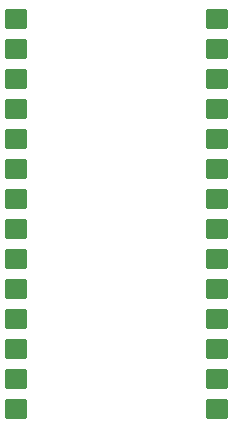
<source format=gbl>
G04 #@! TF.GenerationSoftware,KiCad,Pcbnew,5.1.8-db9833491~88~ubuntu20.10.1*
G04 #@! TF.CreationDate,2020-11-26T14:28:52-05:00*
G04 #@! TF.ProjectId,pcb2molex8878_chamfer,70636232-6d6f-46c6-9578-383837385f63,rev?*
G04 #@! TF.SameCoordinates,Original*
G04 #@! TF.FileFunction,Copper,L2,Bot*
G04 #@! TF.FilePolarity,Positive*
%FSLAX46Y46*%
G04 Gerber Fmt 4.6, Leading zero omitted, Abs format (unit mm)*
G04 Created by KiCad (PCBNEW 5.1.8-db9833491~88~ubuntu20.10.1) date 2020-11-26 14:28:52*
%MOMM*%
%LPD*%
G01*
G04 APERTURE LIST*
G04 #@! TA.AperFunction,EtchedComponent*
%ADD10C,0.304800*%
G04 #@! TD*
G04 #@! TA.AperFunction,ComponentPad*
%ADD11C,1.600200*%
G04 #@! TD*
G04 APERTURE END LIST*
D10*
G36*
X156464000Y-109956600D02*
G01*
X154965400Y-109956600D01*
X154965400Y-111277400D01*
X156464000Y-111277400D01*
X156464000Y-109956600D01*
G37*
X156464000Y-109956600D02*
X154965400Y-109956600D01*
X154965400Y-111277400D01*
X156464000Y-111277400D01*
X156464000Y-109956600D01*
G36*
X156464000Y-94716600D02*
G01*
X154965400Y-94716600D01*
X154965400Y-96037400D01*
X156464000Y-96037400D01*
X156464000Y-94716600D01*
G37*
X156464000Y-94716600D02*
X154965400Y-94716600D01*
X154965400Y-96037400D01*
X156464000Y-96037400D01*
X156464000Y-94716600D01*
G36*
X156464000Y-107416600D02*
G01*
X154965400Y-107416600D01*
X154965400Y-108737400D01*
X156464000Y-108737400D01*
X156464000Y-107416600D01*
G37*
X156464000Y-107416600D02*
X154965400Y-107416600D01*
X154965400Y-108737400D01*
X156464000Y-108737400D01*
X156464000Y-107416600D01*
G36*
X156464000Y-112496600D02*
G01*
X154965400Y-112496600D01*
X154965400Y-113817400D01*
X156464000Y-113817400D01*
X156464000Y-112496600D01*
G37*
X156464000Y-112496600D02*
X154965400Y-112496600D01*
X154965400Y-113817400D01*
X156464000Y-113817400D01*
X156464000Y-112496600D01*
G36*
X156464000Y-89636600D02*
G01*
X154965400Y-89636600D01*
X154965400Y-90957400D01*
X156464000Y-90957400D01*
X156464000Y-89636600D01*
G37*
X156464000Y-89636600D02*
X154965400Y-89636600D01*
X154965400Y-90957400D01*
X156464000Y-90957400D01*
X156464000Y-89636600D01*
G36*
X156464000Y-99796600D02*
G01*
X154965400Y-99796600D01*
X154965400Y-101117400D01*
X156464000Y-101117400D01*
X156464000Y-99796600D01*
G37*
X156464000Y-99796600D02*
X154965400Y-99796600D01*
X154965400Y-101117400D01*
X156464000Y-101117400D01*
X156464000Y-99796600D01*
G36*
X156464000Y-102336600D02*
G01*
X154965400Y-102336600D01*
X154965400Y-103657400D01*
X156464000Y-103657400D01*
X156464000Y-102336600D01*
G37*
X156464000Y-102336600D02*
X154965400Y-102336600D01*
X154965400Y-103657400D01*
X156464000Y-103657400D01*
X156464000Y-102336600D01*
G36*
X156464000Y-87096600D02*
G01*
X154965400Y-87096600D01*
X154965400Y-88417400D01*
X156464000Y-88417400D01*
X156464000Y-87096600D01*
G37*
X156464000Y-87096600D02*
X154965400Y-87096600D01*
X154965400Y-88417400D01*
X156464000Y-88417400D01*
X156464000Y-87096600D01*
G36*
X156464000Y-84556600D02*
G01*
X154965400Y-84556600D01*
X154965400Y-85877400D01*
X156464000Y-85877400D01*
X156464000Y-84556600D01*
G37*
X156464000Y-84556600D02*
X154965400Y-84556600D01*
X154965400Y-85877400D01*
X156464000Y-85877400D01*
X156464000Y-84556600D01*
G36*
X156464000Y-97256600D02*
G01*
X154965400Y-97256600D01*
X154965400Y-98577400D01*
X156464000Y-98577400D01*
X156464000Y-97256600D01*
G37*
X156464000Y-97256600D02*
X154965400Y-97256600D01*
X154965400Y-98577400D01*
X156464000Y-98577400D01*
X156464000Y-97256600D01*
G36*
X156464000Y-104876600D02*
G01*
X154965400Y-104876600D01*
X154965400Y-106197400D01*
X156464000Y-106197400D01*
X156464000Y-104876600D01*
G37*
X156464000Y-104876600D02*
X154965400Y-104876600D01*
X154965400Y-106197400D01*
X156464000Y-106197400D01*
X156464000Y-104876600D01*
G36*
X156464000Y-92176600D02*
G01*
X154965400Y-92176600D01*
X154965400Y-93497400D01*
X156464000Y-93497400D01*
X156464000Y-92176600D01*
G37*
X156464000Y-92176600D02*
X154965400Y-92176600D01*
X154965400Y-93497400D01*
X156464000Y-93497400D01*
X156464000Y-92176600D01*
G36*
X156464000Y-115036600D02*
G01*
X154965400Y-115036600D01*
X154965400Y-116357400D01*
X156464000Y-116357400D01*
X156464000Y-115036600D01*
G37*
X156464000Y-115036600D02*
X154965400Y-115036600D01*
X154965400Y-116357400D01*
X156464000Y-116357400D01*
X156464000Y-115036600D01*
G36*
X156464000Y-83337400D02*
G01*
X154965400Y-83337400D01*
X154965400Y-82016600D01*
X156464000Y-82016600D01*
X156464000Y-83337400D01*
G37*
X156464000Y-83337400D02*
X154965400Y-83337400D01*
X154965400Y-82016600D01*
X156464000Y-82016600D01*
X156464000Y-83337400D01*
G36*
X139471400Y-99796600D02*
G01*
X137972800Y-99796600D01*
X137972800Y-101117400D01*
X139471400Y-101117400D01*
X139471400Y-99796600D01*
G37*
X139471400Y-99796600D02*
X137972800Y-99796600D01*
X137972800Y-101117400D01*
X139471400Y-101117400D01*
X139471400Y-99796600D01*
G36*
X139471400Y-102336600D02*
G01*
X137972800Y-102336600D01*
X137972800Y-103657400D01*
X139471400Y-103657400D01*
X139471400Y-102336600D01*
G37*
X139471400Y-102336600D02*
X137972800Y-102336600D01*
X137972800Y-103657400D01*
X139471400Y-103657400D01*
X139471400Y-102336600D01*
G36*
X139471400Y-87096600D02*
G01*
X137972800Y-87096600D01*
X137972800Y-88417400D01*
X139471400Y-88417400D01*
X139471400Y-87096600D01*
G37*
X139471400Y-87096600D02*
X137972800Y-87096600D01*
X137972800Y-88417400D01*
X139471400Y-88417400D01*
X139471400Y-87096600D01*
G36*
X139471400Y-94716600D02*
G01*
X137972800Y-94716600D01*
X137972800Y-96037400D01*
X139471400Y-96037400D01*
X139471400Y-94716600D01*
G37*
X139471400Y-94716600D02*
X137972800Y-94716600D01*
X137972800Y-96037400D01*
X139471400Y-96037400D01*
X139471400Y-94716600D01*
G36*
X139471400Y-97256600D02*
G01*
X137972800Y-97256600D01*
X137972800Y-98577400D01*
X139471400Y-98577400D01*
X139471400Y-97256600D01*
G37*
X139471400Y-97256600D02*
X137972800Y-97256600D01*
X137972800Y-98577400D01*
X139471400Y-98577400D01*
X139471400Y-97256600D01*
G36*
X139471400Y-112496600D02*
G01*
X137972800Y-112496600D01*
X137972800Y-113817400D01*
X139471400Y-113817400D01*
X139471400Y-112496600D01*
G37*
X139471400Y-112496600D02*
X137972800Y-112496600D01*
X137972800Y-113817400D01*
X139471400Y-113817400D01*
X139471400Y-112496600D01*
G36*
X139471400Y-89636600D02*
G01*
X137972800Y-89636600D01*
X137972800Y-90957400D01*
X139471400Y-90957400D01*
X139471400Y-89636600D01*
G37*
X139471400Y-89636600D02*
X137972800Y-89636600D01*
X137972800Y-90957400D01*
X139471400Y-90957400D01*
X139471400Y-89636600D01*
G36*
X139471400Y-92176600D02*
G01*
X137972800Y-92176600D01*
X137972800Y-93497400D01*
X139471400Y-93497400D01*
X139471400Y-92176600D01*
G37*
X139471400Y-92176600D02*
X137972800Y-92176600D01*
X137972800Y-93497400D01*
X139471400Y-93497400D01*
X139471400Y-92176600D01*
G36*
X139471400Y-104876600D02*
G01*
X137972800Y-104876600D01*
X137972800Y-106197400D01*
X139471400Y-106197400D01*
X139471400Y-104876600D01*
G37*
X139471400Y-104876600D02*
X137972800Y-104876600D01*
X137972800Y-106197400D01*
X139471400Y-106197400D01*
X139471400Y-104876600D01*
G36*
X139471400Y-107416600D02*
G01*
X137972800Y-107416600D01*
X137972800Y-108737400D01*
X139471400Y-108737400D01*
X139471400Y-107416600D01*
G37*
X139471400Y-107416600D02*
X137972800Y-107416600D01*
X137972800Y-108737400D01*
X139471400Y-108737400D01*
X139471400Y-107416600D01*
G36*
X139471400Y-84556600D02*
G01*
X137972800Y-84556600D01*
X137972800Y-85877400D01*
X139471400Y-85877400D01*
X139471400Y-84556600D01*
G37*
X139471400Y-84556600D02*
X137972800Y-84556600D01*
X137972800Y-85877400D01*
X139471400Y-85877400D01*
X139471400Y-84556600D01*
G36*
X139471400Y-115036600D02*
G01*
X137972800Y-115036600D01*
X137972800Y-116357400D01*
X139471400Y-116357400D01*
X139471400Y-115036600D01*
G37*
X139471400Y-115036600D02*
X137972800Y-115036600D01*
X137972800Y-116357400D01*
X139471400Y-116357400D01*
X139471400Y-115036600D01*
G36*
X139471400Y-109956600D02*
G01*
X137972800Y-109956600D01*
X137972800Y-111277400D01*
X139471400Y-111277400D01*
X139471400Y-109956600D01*
G37*
X139471400Y-109956600D02*
X137972800Y-109956600D01*
X137972800Y-111277400D01*
X139471400Y-111277400D01*
X139471400Y-109956600D01*
G36*
X139471400Y-83337400D02*
G01*
X137972800Y-83337400D01*
X137972800Y-82016600D01*
X139471400Y-82016600D01*
X139471400Y-83337400D01*
G37*
X139471400Y-83337400D02*
X137972800Y-83337400D01*
X137972800Y-82016600D01*
X139471400Y-82016600D01*
X139471400Y-83337400D01*
D11*
X138633200Y-82677000D03*
X155803600Y-82677000D03*
X138633200Y-115697000D03*
X155818400Y-85217000D03*
X138633200Y-113157000D03*
X155818400Y-87757000D03*
X138633200Y-110617000D03*
X155818400Y-90297000D03*
X138633200Y-108077000D03*
X155818400Y-92837000D03*
X138633200Y-105537000D03*
X155818400Y-95377000D03*
X138633200Y-102997000D03*
X155818400Y-97917000D03*
X138633200Y-100457000D03*
X155818400Y-100457000D03*
X138633200Y-97917000D03*
X155818400Y-102997000D03*
X138633200Y-95377000D03*
X155818400Y-105537000D03*
X138633200Y-92837000D03*
X155818400Y-108077000D03*
X138633200Y-90297000D03*
X155818400Y-110617000D03*
X138633200Y-87757000D03*
X155818400Y-113157000D03*
X138633200Y-85217000D03*
X155818400Y-115697000D03*
M02*

</source>
